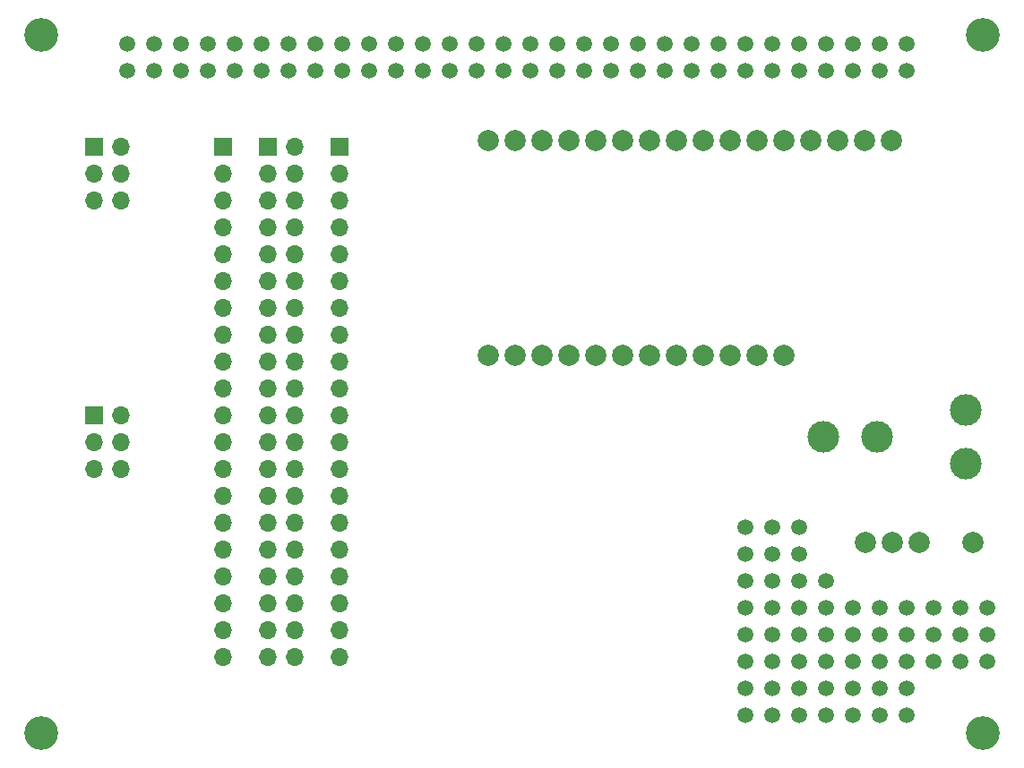
<source format=gbs>
%TF.GenerationSoftware,KiCad,Pcbnew,(6.0.10)*%
%TF.CreationDate,2024-06-07T15:58:53+09:00*%
%TF.ProjectId,extension_circuit_board,65787465-6e73-4696-9f6e-5f6369726375,rev?*%
%TF.SameCoordinates,Original*%
%TF.FileFunction,Soldermask,Bot*%
%TF.FilePolarity,Negative*%
%FSLAX46Y46*%
G04 Gerber Fmt 4.6, Leading zero omitted, Abs format (unit mm)*
G04 Created by KiCad (PCBNEW (6.0.10)) date 2024-06-07 15:58:53*
%MOMM*%
%LPD*%
G01*
G04 APERTURE LIST*
%ADD10C,1.500000*%
%ADD11C,3.200000*%
%ADD12R,1.700000X1.700000*%
%ADD13O,1.700000X1.700000*%
%ADD14C,3.000000*%
%ADD15C,2.000000*%
G04 APERTURE END LIST*
D10*
%TO.C,REF\u002A\u002A*%
X195580000Y-96520000D03*
%TD*%
%TO.C,REF\u002A\u002A*%
X198120000Y-101600000D03*
%TD*%
%TO.C,REF\u002A\u002A*%
X195580000Y-99060000D03*
%TD*%
%TO.C,REF\u002A\u002A*%
X193040000Y-101600000D03*
%TD*%
%TO.C,REF\u002A\u002A*%
X190500000Y-101600000D03*
%TD*%
%TO.C,REF\u002A\u002A*%
X193040000Y-99060000D03*
%TD*%
%TO.C,REF\u002A\u002A*%
X190500000Y-99060000D03*
%TD*%
%TO.C,REF\u002A\u002A*%
X193040000Y-96520000D03*
%TD*%
%TO.C,REF\u002A\u002A*%
X190500000Y-96520000D03*
%TD*%
%TO.C,REF\u002A\u002A*%
X195580000Y-101600000D03*
%TD*%
%TO.C,REF\u002A\u002A*%
X205740000Y-53340000D03*
%TD*%
%TO.C,REF\u002A\u002A*%
X205740000Y-50800000D03*
%TD*%
%TO.C,REF\u002A\u002A*%
X137160000Y-53340000D03*
%TD*%
%TO.C,REF\u002A\u002A*%
X134620000Y-53340000D03*
%TD*%
%TO.C,REF\u002A\u002A*%
X139700000Y-53340000D03*
%TD*%
%TO.C,REF\u002A\u002A*%
X132080000Y-53340000D03*
%TD*%
%TO.C,REF\u002A\u002A*%
X142240000Y-53340000D03*
%TD*%
%TO.C,REF\u002A\u002A*%
X152400000Y-53340000D03*
%TD*%
%TO.C,REF\u002A\u002A*%
X144780000Y-53340000D03*
%TD*%
%TO.C,REF\u002A\u002A*%
X149860000Y-53340000D03*
%TD*%
%TO.C,REF\u002A\u002A*%
X147320000Y-53340000D03*
%TD*%
%TO.C,REF\u002A\u002A*%
X137160000Y-50800000D03*
%TD*%
%TO.C,REF\u002A\u002A*%
X134620000Y-50800000D03*
%TD*%
%TO.C,REF\u002A\u002A*%
X139700000Y-50800000D03*
%TD*%
%TO.C,REF\u002A\u002A*%
X132080000Y-50800000D03*
%TD*%
%TO.C,REF\u002A\u002A*%
X142240000Y-50800000D03*
%TD*%
%TO.C,REF\u002A\u002A*%
X152400000Y-50800000D03*
%TD*%
%TO.C,REF\u002A\u002A*%
X144780000Y-50800000D03*
%TD*%
%TO.C,REF\u002A\u002A*%
X149860000Y-50800000D03*
%TD*%
%TO.C,REF\u002A\u002A*%
X147320000Y-50800000D03*
%TD*%
%TO.C,REF\u002A\u002A*%
X187960000Y-53340000D03*
%TD*%
%TO.C,REF\u002A\u002A*%
X185420000Y-53340000D03*
%TD*%
%TO.C,REF\u002A\u002A*%
X190500000Y-53340000D03*
%TD*%
%TO.C,REF\u002A\u002A*%
X182880000Y-53340000D03*
%TD*%
%TO.C,REF\u002A\u002A*%
X193040000Y-53340000D03*
%TD*%
%TO.C,REF\u002A\u002A*%
X203200000Y-53340000D03*
%TD*%
%TO.C,REF\u002A\u002A*%
X195580000Y-53340000D03*
%TD*%
%TO.C,REF\u002A\u002A*%
X200660000Y-53340000D03*
%TD*%
%TO.C,REF\u002A\u002A*%
X198120000Y-53340000D03*
%TD*%
%TO.C,REF\u002A\u002A*%
X180340000Y-53340000D03*
%TD*%
%TO.C,REF\u002A\u002A*%
X162560000Y-53340000D03*
%TD*%
%TO.C,REF\u002A\u002A*%
X160020000Y-53340000D03*
%TD*%
%TO.C,REF\u002A\u002A*%
X165100000Y-53340000D03*
%TD*%
%TO.C,REF\u002A\u002A*%
X157480000Y-53340000D03*
%TD*%
%TO.C,REF\u002A\u002A*%
X167640000Y-53340000D03*
%TD*%
%TO.C,REF\u002A\u002A*%
X177800000Y-53340000D03*
%TD*%
%TO.C,REF\u002A\u002A*%
X170180000Y-53340000D03*
%TD*%
%TO.C,REF\u002A\u002A*%
X175260000Y-53340000D03*
%TD*%
%TO.C,REF\u002A\u002A*%
X172720000Y-53340000D03*
%TD*%
%TO.C,REF\u002A\u002A*%
X154940000Y-53340000D03*
%TD*%
%TO.C,REF\u002A\u002A*%
X187960000Y-50800000D03*
%TD*%
%TO.C,REF\u002A\u002A*%
X185420000Y-50800000D03*
%TD*%
%TO.C,REF\u002A\u002A*%
X190500000Y-50800000D03*
%TD*%
%TO.C,REF\u002A\u002A*%
X182880000Y-50800000D03*
%TD*%
%TO.C,REF\u002A\u002A*%
X193040000Y-50800000D03*
%TD*%
%TO.C,REF\u002A\u002A*%
X203200000Y-50800000D03*
%TD*%
%TO.C,REF\u002A\u002A*%
X195580000Y-50800000D03*
%TD*%
%TO.C,REF\u002A\u002A*%
X200660000Y-50800000D03*
%TD*%
%TO.C,REF\u002A\u002A*%
X198120000Y-50800000D03*
%TD*%
%TO.C,REF\u002A\u002A*%
X180340000Y-50800000D03*
%TD*%
%TO.C,REF\u002A\u002A*%
X162560000Y-50800000D03*
%TD*%
%TO.C,REF\u002A\u002A*%
X160020000Y-50800000D03*
%TD*%
%TO.C,REF\u002A\u002A*%
X165100000Y-50800000D03*
%TD*%
%TO.C,REF\u002A\u002A*%
X157480000Y-50800000D03*
%TD*%
%TO.C,REF\u002A\u002A*%
X167640000Y-50800000D03*
%TD*%
%TO.C,REF\u002A\u002A*%
X177800000Y-50800000D03*
%TD*%
%TO.C,REF\u002A\u002A*%
X170180000Y-50800000D03*
%TD*%
%TO.C,REF\u002A\u002A*%
X175260000Y-50800000D03*
%TD*%
%TO.C,REF\u002A\u002A*%
X172720000Y-50800000D03*
%TD*%
%TO.C,REF\u002A\u002A*%
X154940000Y-50800000D03*
%TD*%
%TO.C,REF\u002A\u002A*%
X198120000Y-114300000D03*
%TD*%
%TO.C,REF\u002A\u002A*%
X195580000Y-114300000D03*
%TD*%
%TO.C,REF\u002A\u002A*%
X200660000Y-114300000D03*
%TD*%
%TO.C,REF\u002A\u002A*%
X193040000Y-114300000D03*
%TD*%
%TO.C,REF\u002A\u002A*%
X203200000Y-114300000D03*
%TD*%
%TO.C,REF\u002A\u002A*%
X205740000Y-114300000D03*
%TD*%
%TO.C,REF\u002A\u002A*%
X190500000Y-114300000D03*
%TD*%
%TO.C,REF\u002A\u002A*%
X198120000Y-111760000D03*
%TD*%
%TO.C,REF\u002A\u002A*%
X195580000Y-111760000D03*
%TD*%
%TO.C,REF\u002A\u002A*%
X200660000Y-111760000D03*
%TD*%
%TO.C,REF\u002A\u002A*%
X193040000Y-111760000D03*
%TD*%
%TO.C,REF\u002A\u002A*%
X203200000Y-111760000D03*
%TD*%
%TO.C,REF\u002A\u002A*%
X205740000Y-111760000D03*
%TD*%
%TO.C,REF\u002A\u002A*%
X190500000Y-111760000D03*
%TD*%
%TO.C,REF\u002A\u002A*%
X198120000Y-109220000D03*
%TD*%
%TO.C,REF\u002A\u002A*%
X195580000Y-109220000D03*
%TD*%
%TO.C,REF\u002A\u002A*%
X200660000Y-109220000D03*
%TD*%
%TO.C,REF\u002A\u002A*%
X193040000Y-109220000D03*
%TD*%
%TO.C,REF\u002A\u002A*%
X203200000Y-109220000D03*
%TD*%
%TO.C,REF\u002A\u002A*%
X213360000Y-109220000D03*
%TD*%
%TO.C,REF\u002A\u002A*%
X205740000Y-109220000D03*
%TD*%
%TO.C,REF\u002A\u002A*%
X210820000Y-109220000D03*
%TD*%
%TO.C,REF\u002A\u002A*%
X208280000Y-109220000D03*
%TD*%
%TO.C,REF\u002A\u002A*%
X190500000Y-109220000D03*
%TD*%
%TO.C,REF\u002A\u002A*%
X198120000Y-106680000D03*
%TD*%
%TO.C,REF\u002A\u002A*%
X195580000Y-106680000D03*
%TD*%
%TO.C,REF\u002A\u002A*%
X200660000Y-106680000D03*
%TD*%
%TO.C,REF\u002A\u002A*%
X193040000Y-106680000D03*
%TD*%
%TO.C,REF\u002A\u002A*%
X203200000Y-106680000D03*
%TD*%
%TO.C,REF\u002A\u002A*%
X213360000Y-106680000D03*
%TD*%
%TO.C,REF\u002A\u002A*%
X205740000Y-106680000D03*
%TD*%
%TO.C,REF\u002A\u002A*%
X210820000Y-106680000D03*
%TD*%
%TO.C,REF\u002A\u002A*%
X208280000Y-106680000D03*
%TD*%
%TO.C,REF\u002A\u002A*%
X190500000Y-106680000D03*
%TD*%
%TO.C,REF\u002A\u002A*%
X190500000Y-104140000D03*
%TD*%
%TO.C,REF\u002A\u002A*%
X213360000Y-104140000D03*
%TD*%
%TO.C,REF\u002A\u002A*%
X210820000Y-104140000D03*
%TD*%
%TO.C,REF\u002A\u002A*%
X208280000Y-104140000D03*
%TD*%
%TO.C,REF\u002A\u002A*%
X205740000Y-104140000D03*
%TD*%
%TO.C,REF\u002A\u002A*%
X203200000Y-104140000D03*
%TD*%
%TO.C,REF\u002A\u002A*%
X200660000Y-104140000D03*
%TD*%
%TO.C,REF\u002A\u002A*%
X198120000Y-104140000D03*
%TD*%
%TO.C,REF\u002A\u002A*%
X195580000Y-104140000D03*
%TD*%
%TO.C,REF\u002A\u002A*%
X193040000Y-104140000D03*
%TD*%
D11*
%TO.C,REF\u002A\u002A*%
X213000000Y-50000000D03*
%TD*%
D12*
%TO.C,J5*%
X152200000Y-60600000D03*
D13*
X152200000Y-63140000D03*
X152200000Y-65680000D03*
X152200000Y-68220000D03*
X152200000Y-70760000D03*
X152200000Y-73300000D03*
X152200000Y-75840000D03*
X152200000Y-78380000D03*
X152200000Y-80920000D03*
X152200000Y-83460000D03*
X152200000Y-86000000D03*
X152200000Y-88540000D03*
X152200000Y-91080000D03*
X152200000Y-93620000D03*
X152200000Y-96160000D03*
X152200000Y-98700000D03*
X152200000Y-101240000D03*
X152200000Y-103780000D03*
X152200000Y-106320000D03*
X152200000Y-108860000D03*
%TD*%
D12*
%TO.C,J7*%
X129000000Y-60600000D03*
D13*
X131540000Y-60600000D03*
X129000000Y-63140000D03*
X131540000Y-63140000D03*
X129000000Y-65680000D03*
X131540000Y-65680000D03*
%TD*%
D11*
%TO.C,REF\u002A\u002A*%
X124000000Y-50000000D03*
%TD*%
D12*
%TO.C,PiOLED*%
X129000000Y-86000000D03*
D13*
X131540000Y-86000000D03*
X129000000Y-88540000D03*
X131540000Y-88540000D03*
X129000000Y-91080000D03*
X131540000Y-91080000D03*
%TD*%
D14*
%TO.C,J2*%
X197920000Y-88000000D03*
X203000000Y-88000000D03*
%TD*%
D11*
%TO.C,REF\u002A\u002A*%
X124000000Y-116000000D03*
%TD*%
D12*
%TO.C,J3*%
X141200000Y-60600000D03*
D13*
X141200000Y-63140000D03*
X141200000Y-65680000D03*
X141200000Y-68220000D03*
X141200000Y-70760000D03*
X141200000Y-73300000D03*
X141200000Y-75840000D03*
X141200000Y-78380000D03*
X141200000Y-80920000D03*
X141200000Y-83460000D03*
X141200000Y-86000000D03*
X141200000Y-88540000D03*
X141200000Y-91080000D03*
X141200000Y-93620000D03*
X141200000Y-96160000D03*
X141200000Y-98700000D03*
X141200000Y-101240000D03*
X141200000Y-103780000D03*
X141200000Y-106320000D03*
X141200000Y-108860000D03*
%TD*%
D11*
%TO.C,REF\u002A\u002A*%
X213000000Y-116000000D03*
%TD*%
D15*
%TO.C,J6*%
X204315000Y-59940000D03*
X201775000Y-59940000D03*
X199235000Y-59940000D03*
X196695000Y-59940000D03*
X194155000Y-59940000D03*
X191615000Y-59940000D03*
X189075000Y-59940000D03*
X186535000Y-59940000D03*
X183995000Y-59940000D03*
X181455000Y-59940000D03*
X178915000Y-59940000D03*
X176375000Y-59940000D03*
X173835000Y-59940000D03*
X171295000Y-59940000D03*
X168755000Y-59940000D03*
X166215000Y-59940000D03*
X194155000Y-80260000D03*
X191615000Y-80260000D03*
X189075000Y-80260000D03*
X186535000Y-80260000D03*
X183995000Y-80260000D03*
X181455000Y-80260000D03*
X178915000Y-80260000D03*
X176375000Y-80260000D03*
X173835000Y-80260000D03*
X171295000Y-80260000D03*
X168755000Y-80260000D03*
X166215000Y-80260000D03*
%TD*%
D14*
%TO.C,J1*%
X211355000Y-90540000D03*
X211355000Y-85460000D03*
%TD*%
D15*
%TO.C,SW1*%
X207000000Y-98000000D03*
X204460000Y-98000000D03*
X201920000Y-98000000D03*
X212080000Y-98000000D03*
%TD*%
D12*
%TO.C,J4*%
X145400000Y-60600000D03*
D13*
X147940000Y-60600000D03*
X145400000Y-63140000D03*
X147940000Y-63140000D03*
X145400000Y-65680000D03*
X147940000Y-65680000D03*
X145400000Y-68220000D03*
X147940000Y-68220000D03*
X145400000Y-70760000D03*
X147940000Y-70760000D03*
X145400000Y-73300000D03*
X147940000Y-73300000D03*
X145400000Y-75840000D03*
X147940000Y-75840000D03*
X145400000Y-78380000D03*
X147940000Y-78380000D03*
X145400000Y-80920000D03*
X147940000Y-80920000D03*
X145400000Y-83460000D03*
X147940000Y-83460000D03*
X145400000Y-86000000D03*
X147940000Y-86000000D03*
X145400000Y-88540000D03*
X147940000Y-88540000D03*
X145400000Y-91080000D03*
X147940000Y-91080000D03*
X145400000Y-93620000D03*
X147940000Y-93620000D03*
X145400000Y-96160000D03*
X147940000Y-96160000D03*
X145400000Y-98700000D03*
X147940000Y-98700000D03*
X145400000Y-101240000D03*
X147940000Y-101240000D03*
X145400000Y-103780000D03*
X147940000Y-103780000D03*
X145400000Y-106320000D03*
X147940000Y-106320000D03*
X145400000Y-108860000D03*
X147940000Y-108860000D03*
%TD*%
M02*

</source>
